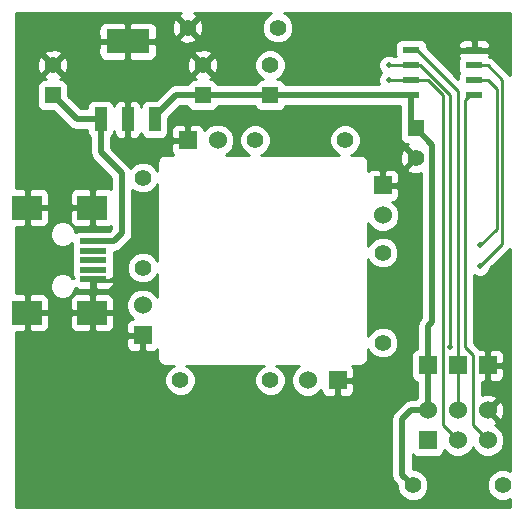
<source format=gtl>
G04 (created by PCBNEW (2013-07-07 BZR 4022)-stable) date 12/10/2014 10:11:42 PM*
%MOIN*%
G04 Gerber Fmt 3.4, Leading zero omitted, Abs format*
%FSLAX34Y34*%
G01*
G70*
G90*
G04 APERTURE LIST*
%ADD10C,0.00590551*%
%ADD11R,0.0906X0.0197*%
%ADD12R,0.0984X0.0787*%
%ADD13R,0.144X0.08*%
%ADD14R,0.04X0.08*%
%ADD15R,0.0551X0.0236*%
%ADD16C,0.055*%
%ADD17R,0.06X0.06*%
%ADD18C,0.06*%
%ADD19R,0.055X0.055*%
%ADD20C,0.02*%
%ADD21C,0.0216535*%
%ADD22C,0.01*%
G04 APERTURE END LIST*
G54D10*
G54D11*
X72858Y-50870D03*
X72858Y-51185D03*
X72858Y-51500D03*
X72858Y-51815D03*
X72858Y-52130D03*
G54D12*
X72819Y-49748D03*
X70654Y-49748D03*
X72819Y-53252D03*
X70654Y-53252D03*
G54D13*
X74000Y-44200D03*
G54D14*
X74000Y-46800D03*
X74900Y-46800D03*
X73100Y-46800D03*
G54D15*
X83450Y-46000D03*
X85550Y-46000D03*
X83450Y-45500D03*
X83450Y-45000D03*
X83450Y-44500D03*
X85550Y-45500D03*
X85550Y-45000D03*
X85550Y-44500D03*
G54D16*
X78750Y-55500D03*
X75750Y-55500D03*
X82500Y-51250D03*
X82500Y-54250D03*
X78250Y-47500D03*
X81250Y-47500D03*
X74500Y-51750D03*
X74500Y-48750D03*
X83500Y-59000D03*
X86500Y-59000D03*
X76000Y-43750D03*
X79000Y-43750D03*
G54D17*
X84000Y-57500D03*
G54D18*
X84000Y-56500D03*
X85000Y-57500D03*
X85000Y-56500D03*
X86000Y-57500D03*
X86000Y-56500D03*
G54D17*
X82500Y-49000D03*
G54D18*
X82500Y-50000D03*
G54D17*
X76000Y-47500D03*
G54D18*
X77000Y-47500D03*
G54D17*
X74500Y-54000D03*
G54D18*
X74500Y-53000D03*
G54D17*
X81000Y-55500D03*
G54D18*
X80000Y-55500D03*
G54D17*
X85000Y-55000D03*
X86000Y-55000D03*
X84000Y-55000D03*
G54D19*
X78750Y-46000D03*
G54D16*
X78750Y-45000D03*
G54D19*
X76500Y-46000D03*
G54D16*
X76500Y-45000D03*
G54D19*
X71500Y-46000D03*
G54D16*
X71500Y-45000D03*
G54D19*
X83600Y-47100D03*
G54D16*
X83600Y-48100D03*
G54D20*
X85750Y-51700D03*
X85750Y-51000D03*
X82700Y-45500D03*
X84750Y-54400D03*
X82700Y-45000D03*
G54D21*
X72858Y-52130D02*
X72858Y-53213D01*
X72858Y-53213D02*
X72819Y-53252D01*
X73100Y-46800D02*
X72300Y-46800D01*
X72300Y-46800D02*
X71500Y-46000D01*
X72858Y-50870D02*
X73530Y-50870D01*
X73100Y-47900D02*
X73100Y-46800D01*
X73800Y-48600D02*
X73100Y-47900D01*
X73800Y-50600D02*
X73800Y-48600D01*
X73530Y-50870D02*
X73800Y-50600D01*
G54D22*
X86000Y-57500D02*
X85500Y-57000D01*
X85400Y-46000D02*
X85550Y-46000D01*
X85250Y-46150D02*
X85400Y-46000D01*
X85250Y-54400D02*
X85250Y-46150D01*
X85500Y-54650D02*
X85250Y-54400D01*
X85500Y-57000D02*
X85500Y-54650D01*
X83450Y-44500D02*
X83650Y-44500D01*
X85000Y-45850D02*
X85000Y-55000D01*
X83650Y-44500D02*
X85000Y-45850D01*
X85000Y-56500D02*
X85000Y-55000D01*
X86000Y-45000D02*
X85550Y-45000D01*
X86480Y-45480D02*
X86000Y-45000D01*
X86480Y-50969D02*
X86480Y-45480D01*
X85750Y-51700D02*
X86480Y-50969D01*
X85550Y-45500D02*
X86000Y-45500D01*
X86300Y-50450D02*
X85750Y-51000D01*
X86300Y-45800D02*
X86300Y-50450D01*
X86000Y-45500D02*
X86300Y-45800D01*
X82700Y-45500D02*
X83450Y-45500D01*
X83450Y-45500D02*
X84000Y-45500D01*
X84500Y-57000D02*
X85000Y-57500D01*
X84500Y-46000D02*
X84500Y-57000D01*
X84000Y-45500D02*
X84500Y-46000D01*
X83450Y-45000D02*
X83754Y-45000D01*
X84750Y-45995D02*
X84750Y-54400D01*
X83754Y-45000D02*
X84750Y-45995D01*
X82700Y-45000D02*
X83450Y-45000D01*
G54D21*
X84000Y-56500D02*
X83450Y-56500D01*
X83150Y-58650D02*
X83500Y-59000D01*
X83150Y-56800D02*
X83150Y-58650D01*
X83450Y-56500D02*
X83150Y-56800D01*
X84000Y-55000D02*
X84000Y-56500D01*
X83600Y-47100D02*
X84150Y-47650D01*
X84000Y-53700D02*
X84000Y-55000D01*
X84150Y-53550D02*
X84000Y-53700D01*
X84150Y-47650D02*
X84150Y-53550D01*
X78750Y-46000D02*
X83450Y-46000D01*
X83450Y-46000D02*
X83450Y-46950D01*
X83450Y-46950D02*
X83600Y-47100D01*
X76500Y-46000D02*
X78750Y-46000D01*
X74900Y-46800D02*
X74900Y-46700D01*
X75600Y-46000D02*
X76500Y-46000D01*
X74900Y-46700D02*
X75600Y-46000D01*
G54D10*
G36*
X86730Y-59730D02*
X81550Y-59730D01*
X81550Y-55750D01*
X81550Y-55612D01*
X81487Y-55550D01*
X81050Y-55550D01*
X81050Y-55987D01*
X81112Y-56050D01*
X81349Y-56050D01*
X81441Y-56012D01*
X81511Y-55941D01*
X81549Y-55849D01*
X81550Y-55750D01*
X81550Y-59730D01*
X74450Y-59730D01*
X74450Y-54487D01*
X74450Y-54050D01*
X74012Y-54050D01*
X73950Y-54112D01*
X73949Y-54349D01*
X73987Y-54441D01*
X74058Y-54511D01*
X74150Y-54549D01*
X74249Y-54550D01*
X74387Y-54550D01*
X74450Y-54487D01*
X74450Y-59730D01*
X73561Y-59730D01*
X73561Y-53595D01*
X73561Y-52908D01*
X73560Y-52845D01*
X73560Y-52241D01*
X73498Y-52179D01*
X72908Y-52179D01*
X72908Y-52416D01*
X72970Y-52478D01*
X73360Y-52478D01*
X73452Y-52440D01*
X73522Y-52370D01*
X73560Y-52278D01*
X73560Y-52241D01*
X73560Y-52845D01*
X73560Y-52808D01*
X73522Y-52716D01*
X73452Y-52646D01*
X73360Y-52608D01*
X72931Y-52608D01*
X72869Y-52671D01*
X72869Y-53202D01*
X73498Y-53202D01*
X73561Y-53139D01*
X73561Y-52908D01*
X73561Y-53595D01*
X73561Y-53364D01*
X73498Y-53302D01*
X72869Y-53302D01*
X72869Y-53833D01*
X72931Y-53895D01*
X73360Y-53895D01*
X73452Y-53857D01*
X73522Y-53787D01*
X73560Y-53695D01*
X73561Y-53595D01*
X73561Y-59730D01*
X72808Y-59730D01*
X72769Y-59730D01*
X72769Y-53833D01*
X72769Y-53302D01*
X72769Y-53202D01*
X72769Y-52671D01*
X72706Y-52608D01*
X72277Y-52608D01*
X72185Y-52646D01*
X72115Y-52716D01*
X72077Y-52808D01*
X72076Y-52908D01*
X72077Y-53139D01*
X72139Y-53202D01*
X72769Y-53202D01*
X72769Y-53302D01*
X72139Y-53302D01*
X72077Y-53364D01*
X72076Y-53595D01*
X72077Y-53695D01*
X72115Y-53787D01*
X72185Y-53857D01*
X72277Y-53895D01*
X72706Y-53895D01*
X72769Y-53833D01*
X72769Y-59730D01*
X71396Y-59730D01*
X71396Y-53595D01*
X71396Y-52908D01*
X71396Y-50091D01*
X71396Y-49404D01*
X71395Y-49304D01*
X71357Y-49212D01*
X71287Y-49142D01*
X71195Y-49104D01*
X70766Y-49104D01*
X70704Y-49167D01*
X70704Y-49698D01*
X71333Y-49698D01*
X71396Y-49635D01*
X71396Y-49404D01*
X71396Y-50091D01*
X71396Y-49860D01*
X71333Y-49798D01*
X70704Y-49798D01*
X70704Y-50329D01*
X70766Y-50391D01*
X71195Y-50391D01*
X71287Y-50353D01*
X71357Y-50283D01*
X71395Y-50191D01*
X71396Y-50091D01*
X71396Y-52908D01*
X71395Y-52808D01*
X71357Y-52716D01*
X71287Y-52646D01*
X71195Y-52608D01*
X70766Y-52608D01*
X70704Y-52671D01*
X70704Y-53202D01*
X71333Y-53202D01*
X71396Y-53139D01*
X71396Y-52908D01*
X71396Y-53595D01*
X71396Y-53364D01*
X71333Y-53302D01*
X70704Y-53302D01*
X70704Y-53833D01*
X70766Y-53895D01*
X71195Y-53895D01*
X71287Y-53857D01*
X71357Y-53787D01*
X71395Y-53695D01*
X71396Y-53595D01*
X71396Y-59730D01*
X70269Y-59730D01*
X70269Y-53895D01*
X70541Y-53895D01*
X70604Y-53833D01*
X70604Y-53302D01*
X70596Y-53302D01*
X70596Y-53202D01*
X70604Y-53202D01*
X70604Y-52671D01*
X70541Y-52608D01*
X70269Y-52608D01*
X70269Y-51500D01*
X70269Y-50391D01*
X70541Y-50391D01*
X70604Y-50329D01*
X70604Y-49798D01*
X70596Y-49798D01*
X70596Y-49698D01*
X70604Y-49698D01*
X70604Y-49167D01*
X70541Y-49104D01*
X70269Y-49104D01*
X70269Y-43269D01*
X75774Y-43269D01*
X75727Y-43289D01*
X75702Y-43382D01*
X76000Y-43679D01*
X76297Y-43382D01*
X76272Y-43289D01*
X76216Y-43269D01*
X78787Y-43269D01*
X78703Y-43304D01*
X78555Y-43452D01*
X78475Y-43645D01*
X78474Y-43853D01*
X78554Y-44047D01*
X78702Y-44194D01*
X78895Y-44274D01*
X79103Y-44275D01*
X79297Y-44195D01*
X79444Y-44047D01*
X79524Y-43854D01*
X79525Y-43646D01*
X79445Y-43453D01*
X79297Y-43305D01*
X79212Y-43269D01*
X86730Y-43269D01*
X86730Y-45325D01*
X86692Y-45267D01*
X86212Y-44787D01*
X86114Y-44722D01*
X86057Y-44711D01*
X86075Y-44667D01*
X86075Y-44332D01*
X86037Y-44240D01*
X85967Y-44170D01*
X85875Y-44132D01*
X85775Y-44131D01*
X85662Y-44132D01*
X85600Y-44194D01*
X85600Y-44450D01*
X86013Y-44450D01*
X86075Y-44387D01*
X86075Y-44332D01*
X86075Y-44667D01*
X86075Y-44612D01*
X86013Y-44550D01*
X85600Y-44550D01*
X85600Y-44557D01*
X85500Y-44557D01*
X85500Y-44550D01*
X85500Y-44450D01*
X85500Y-44194D01*
X85437Y-44132D01*
X85324Y-44131D01*
X85224Y-44132D01*
X85132Y-44170D01*
X85062Y-44240D01*
X85024Y-44332D01*
X85024Y-44387D01*
X85087Y-44450D01*
X85500Y-44450D01*
X85500Y-44550D01*
X85087Y-44550D01*
X85024Y-44612D01*
X85024Y-44667D01*
X85058Y-44750D01*
X85024Y-44832D01*
X85024Y-44931D01*
X85024Y-45167D01*
X85058Y-45250D01*
X85024Y-45332D01*
X85024Y-45431D01*
X85024Y-45450D01*
X83975Y-44401D01*
X83975Y-44332D01*
X83937Y-44240D01*
X83867Y-44170D01*
X83775Y-44132D01*
X83675Y-44131D01*
X83124Y-44131D01*
X83033Y-44169D01*
X82962Y-44240D01*
X82924Y-44332D01*
X82924Y-44431D01*
X82924Y-44667D01*
X82937Y-44700D01*
X82890Y-44700D01*
X82769Y-44650D01*
X82630Y-44649D01*
X82502Y-44703D01*
X82403Y-44801D01*
X82350Y-44930D01*
X82349Y-45069D01*
X82403Y-45198D01*
X82455Y-45250D01*
X82403Y-45301D01*
X82350Y-45430D01*
X82349Y-45569D01*
X82379Y-45641D01*
X79261Y-45641D01*
X79237Y-45583D01*
X79166Y-45513D01*
X79074Y-45475D01*
X78975Y-45474D01*
X78975Y-45474D01*
X79047Y-45445D01*
X79194Y-45297D01*
X79274Y-45104D01*
X79275Y-44896D01*
X79195Y-44703D01*
X79047Y-44555D01*
X78854Y-44475D01*
X78646Y-44474D01*
X78453Y-44554D01*
X78305Y-44702D01*
X78225Y-44895D01*
X78224Y-45103D01*
X78304Y-45297D01*
X78452Y-45444D01*
X78524Y-45474D01*
X78425Y-45474D01*
X78333Y-45512D01*
X78263Y-45583D01*
X78238Y-45641D01*
X77029Y-45641D01*
X77029Y-45075D01*
X77018Y-44867D01*
X76960Y-44727D01*
X76867Y-44702D01*
X76797Y-44773D01*
X76797Y-44632D01*
X76772Y-44539D01*
X76575Y-44470D01*
X76529Y-44472D01*
X76529Y-43825D01*
X76518Y-43617D01*
X76460Y-43477D01*
X76367Y-43452D01*
X76070Y-43750D01*
X76367Y-44047D01*
X76460Y-44022D01*
X76529Y-43825D01*
X76529Y-44472D01*
X76367Y-44481D01*
X76297Y-44510D01*
X76297Y-44117D01*
X76000Y-43820D01*
X75929Y-43891D01*
X75929Y-43750D01*
X75632Y-43452D01*
X75539Y-43477D01*
X75470Y-43674D01*
X75481Y-43882D01*
X75539Y-44022D01*
X75632Y-44047D01*
X75929Y-43750D01*
X75929Y-43891D01*
X75702Y-44117D01*
X75727Y-44210D01*
X75924Y-44279D01*
X76132Y-44268D01*
X76272Y-44210D01*
X76297Y-44117D01*
X76297Y-44510D01*
X76227Y-44539D01*
X76202Y-44632D01*
X76500Y-44929D01*
X76797Y-44632D01*
X76797Y-44773D01*
X76570Y-45000D01*
X76867Y-45297D01*
X76960Y-45272D01*
X77029Y-45075D01*
X77029Y-45641D01*
X77011Y-45641D01*
X76987Y-45583D01*
X76916Y-45513D01*
X76824Y-45475D01*
X76737Y-45474D01*
X76772Y-45460D01*
X76797Y-45367D01*
X76500Y-45070D01*
X76429Y-45141D01*
X76429Y-45000D01*
X76132Y-44702D01*
X76039Y-44727D01*
X75970Y-44924D01*
X75981Y-45132D01*
X76039Y-45272D01*
X76132Y-45297D01*
X76429Y-45000D01*
X76429Y-45141D01*
X76202Y-45367D01*
X76227Y-45460D01*
X76268Y-45474D01*
X76175Y-45474D01*
X76083Y-45512D01*
X76013Y-45583D01*
X75988Y-45641D01*
X75600Y-45641D01*
X75462Y-45669D01*
X75346Y-45746D01*
X74970Y-46123D01*
X74970Y-44550D01*
X74970Y-43849D01*
X74969Y-43750D01*
X74931Y-43658D01*
X74861Y-43587D01*
X74769Y-43549D01*
X74112Y-43550D01*
X74050Y-43612D01*
X74050Y-44150D01*
X74907Y-44150D01*
X74970Y-44087D01*
X74970Y-43849D01*
X74970Y-44550D01*
X74970Y-44312D01*
X74907Y-44250D01*
X74050Y-44250D01*
X74050Y-44787D01*
X74112Y-44850D01*
X74769Y-44850D01*
X74861Y-44812D01*
X74931Y-44741D01*
X74969Y-44649D01*
X74970Y-44550D01*
X74970Y-46123D01*
X74943Y-46149D01*
X74650Y-46149D01*
X74558Y-46187D01*
X74488Y-46258D01*
X74450Y-46350D01*
X74450Y-46400D01*
X74449Y-46350D01*
X74411Y-46258D01*
X74341Y-46187D01*
X74249Y-46149D01*
X74112Y-46150D01*
X74050Y-46212D01*
X74050Y-46750D01*
X74057Y-46750D01*
X74057Y-46850D01*
X74050Y-46850D01*
X74050Y-47387D01*
X74112Y-47450D01*
X74249Y-47450D01*
X74341Y-47412D01*
X74411Y-47341D01*
X74449Y-47249D01*
X74449Y-47249D01*
X74449Y-47249D01*
X74487Y-47341D01*
X74558Y-47411D01*
X74650Y-47449D01*
X74749Y-47450D01*
X75149Y-47450D01*
X75241Y-47412D01*
X75311Y-47341D01*
X75349Y-47249D01*
X75350Y-47150D01*
X75350Y-46756D01*
X75748Y-46358D01*
X75988Y-46358D01*
X76012Y-46416D01*
X76083Y-46486D01*
X76175Y-46524D01*
X76274Y-46525D01*
X76824Y-46525D01*
X76916Y-46487D01*
X76986Y-46416D01*
X77011Y-46358D01*
X78238Y-46358D01*
X78262Y-46416D01*
X78333Y-46486D01*
X78425Y-46524D01*
X78524Y-46525D01*
X79074Y-46525D01*
X79166Y-46487D01*
X79236Y-46416D01*
X79261Y-46358D01*
X83091Y-46358D01*
X83091Y-46734D01*
X83075Y-46775D01*
X83074Y-46874D01*
X83074Y-47424D01*
X83112Y-47516D01*
X83183Y-47586D01*
X83275Y-47624D01*
X83362Y-47625D01*
X83327Y-47639D01*
X83302Y-47732D01*
X83600Y-48029D01*
X83605Y-48023D01*
X83676Y-48094D01*
X83670Y-48100D01*
X83676Y-48105D01*
X83605Y-48176D01*
X83600Y-48170D01*
X83529Y-48241D01*
X83529Y-48100D01*
X83232Y-47802D01*
X83139Y-47827D01*
X83070Y-48024D01*
X83081Y-48232D01*
X83139Y-48372D01*
X83232Y-48397D01*
X83529Y-48100D01*
X83529Y-48241D01*
X83302Y-48467D01*
X83327Y-48560D01*
X83524Y-48629D01*
X83732Y-48618D01*
X83791Y-48594D01*
X83791Y-53401D01*
X83746Y-53446D01*
X83669Y-53562D01*
X83641Y-53700D01*
X83641Y-54453D01*
X83558Y-54487D01*
X83488Y-54558D01*
X83450Y-54650D01*
X83449Y-54749D01*
X83449Y-55349D01*
X83487Y-55441D01*
X83558Y-55511D01*
X83641Y-55546D01*
X83641Y-56080D01*
X83580Y-56141D01*
X83450Y-56141D01*
X83312Y-56169D01*
X83196Y-56246D01*
X83050Y-56393D01*
X83050Y-49891D01*
X82966Y-49688D01*
X82827Y-49549D01*
X82849Y-49549D01*
X82941Y-49511D01*
X83012Y-49441D01*
X83050Y-49349D01*
X83050Y-48650D01*
X83012Y-48558D01*
X82941Y-48488D01*
X82849Y-48450D01*
X82750Y-48449D01*
X82612Y-48450D01*
X82550Y-48512D01*
X82550Y-48950D01*
X82987Y-48950D01*
X83050Y-48887D01*
X83050Y-48650D01*
X83050Y-49349D01*
X83050Y-49112D01*
X82987Y-49050D01*
X82550Y-49050D01*
X82550Y-49057D01*
X82450Y-49057D01*
X82450Y-49050D01*
X82442Y-49050D01*
X82442Y-48950D01*
X82450Y-48950D01*
X82450Y-48512D01*
X82387Y-48450D01*
X82249Y-48449D01*
X82150Y-48450D01*
X82058Y-48488D01*
X82019Y-48526D01*
X82019Y-48250D01*
X81999Y-48146D01*
X81940Y-48059D01*
X81853Y-48000D01*
X81750Y-47980D01*
X81462Y-47980D01*
X81547Y-47945D01*
X81694Y-47797D01*
X81774Y-47604D01*
X81775Y-47396D01*
X81695Y-47203D01*
X81547Y-47055D01*
X81354Y-46975D01*
X81146Y-46974D01*
X80953Y-47054D01*
X80805Y-47202D01*
X80725Y-47395D01*
X80724Y-47603D01*
X80804Y-47797D01*
X80952Y-47944D01*
X81037Y-47980D01*
X78462Y-47980D01*
X78547Y-47945D01*
X78694Y-47797D01*
X78774Y-47604D01*
X78775Y-47396D01*
X78695Y-47203D01*
X78547Y-47055D01*
X78354Y-46975D01*
X78146Y-46974D01*
X77953Y-47054D01*
X77805Y-47202D01*
X77725Y-47395D01*
X77724Y-47603D01*
X77804Y-47797D01*
X77952Y-47944D01*
X78037Y-47980D01*
X77277Y-47980D01*
X77311Y-47966D01*
X77465Y-47811D01*
X77549Y-47609D01*
X77550Y-47391D01*
X77466Y-47188D01*
X77311Y-47034D01*
X77109Y-46950D01*
X76891Y-46949D01*
X76688Y-47033D01*
X76549Y-47172D01*
X76549Y-47150D01*
X76511Y-47058D01*
X76441Y-46987D01*
X76349Y-46949D01*
X76112Y-46950D01*
X76050Y-47012D01*
X76050Y-47450D01*
X76057Y-47450D01*
X76057Y-47550D01*
X76050Y-47550D01*
X76050Y-47557D01*
X75950Y-47557D01*
X75950Y-47550D01*
X75950Y-47450D01*
X75950Y-47012D01*
X75887Y-46950D01*
X75650Y-46949D01*
X75558Y-46987D01*
X75488Y-47058D01*
X75450Y-47150D01*
X75449Y-47249D01*
X75450Y-47387D01*
X75512Y-47450D01*
X75950Y-47450D01*
X75950Y-47550D01*
X75512Y-47550D01*
X75450Y-47612D01*
X75449Y-47750D01*
X75450Y-47849D01*
X75488Y-47941D01*
X75526Y-47980D01*
X75250Y-47980D01*
X75146Y-48000D01*
X75059Y-48059D01*
X75000Y-48146D01*
X74980Y-48250D01*
X74980Y-48537D01*
X74945Y-48453D01*
X74797Y-48305D01*
X74604Y-48225D01*
X74396Y-48224D01*
X74203Y-48304D01*
X74096Y-48411D01*
X74053Y-48346D01*
X74053Y-48346D01*
X73458Y-47751D01*
X73458Y-47395D01*
X73511Y-47341D01*
X73549Y-47249D01*
X73550Y-47199D01*
X73550Y-47249D01*
X73588Y-47341D01*
X73658Y-47412D01*
X73750Y-47450D01*
X73887Y-47450D01*
X73950Y-47387D01*
X73950Y-46850D01*
X73942Y-46850D01*
X73942Y-46750D01*
X73950Y-46750D01*
X73950Y-46212D01*
X73950Y-44787D01*
X73950Y-44250D01*
X73950Y-44150D01*
X73950Y-43612D01*
X73887Y-43550D01*
X73230Y-43549D01*
X73138Y-43587D01*
X73068Y-43658D01*
X73030Y-43750D01*
X73029Y-43849D01*
X73030Y-44087D01*
X73092Y-44150D01*
X73950Y-44150D01*
X73950Y-44250D01*
X73092Y-44250D01*
X73030Y-44312D01*
X73029Y-44550D01*
X73030Y-44649D01*
X73068Y-44741D01*
X73138Y-44812D01*
X73230Y-44850D01*
X73887Y-44850D01*
X73950Y-44787D01*
X73950Y-46212D01*
X73887Y-46150D01*
X73750Y-46149D01*
X73658Y-46187D01*
X73588Y-46258D01*
X73550Y-46350D01*
X73550Y-46350D01*
X73512Y-46258D01*
X73441Y-46188D01*
X73349Y-46150D01*
X73250Y-46149D01*
X72850Y-46149D01*
X72758Y-46187D01*
X72688Y-46258D01*
X72650Y-46350D01*
X72649Y-46441D01*
X72448Y-46441D01*
X72029Y-46023D01*
X72029Y-45075D01*
X72018Y-44867D01*
X71960Y-44727D01*
X71867Y-44702D01*
X71797Y-44773D01*
X71797Y-44632D01*
X71772Y-44539D01*
X71575Y-44470D01*
X71367Y-44481D01*
X71227Y-44539D01*
X71202Y-44632D01*
X71500Y-44929D01*
X71797Y-44632D01*
X71797Y-44773D01*
X71570Y-45000D01*
X71867Y-45297D01*
X71960Y-45272D01*
X72029Y-45075D01*
X72029Y-46023D01*
X72025Y-46018D01*
X72025Y-45675D01*
X71987Y-45583D01*
X71916Y-45513D01*
X71824Y-45475D01*
X71737Y-45474D01*
X71772Y-45460D01*
X71797Y-45367D01*
X71500Y-45070D01*
X71429Y-45141D01*
X71429Y-45000D01*
X71132Y-44702D01*
X71039Y-44727D01*
X70970Y-44924D01*
X70981Y-45132D01*
X71039Y-45272D01*
X71132Y-45297D01*
X71429Y-45000D01*
X71429Y-45141D01*
X71202Y-45367D01*
X71227Y-45460D01*
X71268Y-45474D01*
X71175Y-45474D01*
X71083Y-45512D01*
X71013Y-45583D01*
X70975Y-45675D01*
X70974Y-45774D01*
X70974Y-46324D01*
X71012Y-46416D01*
X71083Y-46486D01*
X71175Y-46524D01*
X71274Y-46525D01*
X71518Y-46525D01*
X72046Y-47053D01*
X72046Y-47053D01*
X72162Y-47130D01*
X72299Y-47158D01*
X72300Y-47158D01*
X72649Y-47158D01*
X72649Y-47249D01*
X72687Y-47341D01*
X72741Y-47395D01*
X72741Y-47900D01*
X72769Y-48037D01*
X72846Y-48153D01*
X73441Y-48748D01*
X73441Y-49138D01*
X73360Y-49104D01*
X72931Y-49104D01*
X72869Y-49167D01*
X72869Y-49698D01*
X72876Y-49698D01*
X72876Y-49798D01*
X72869Y-49798D01*
X72869Y-50329D01*
X72931Y-50391D01*
X73360Y-50391D01*
X73441Y-50357D01*
X73441Y-50451D01*
X73381Y-50511D01*
X72858Y-50511D01*
X72809Y-50521D01*
X72769Y-50521D01*
X72769Y-50329D01*
X72769Y-49798D01*
X72769Y-49698D01*
X72769Y-49167D01*
X72706Y-49104D01*
X72277Y-49104D01*
X72185Y-49142D01*
X72115Y-49212D01*
X72077Y-49304D01*
X72076Y-49404D01*
X72077Y-49635D01*
X72139Y-49698D01*
X72769Y-49698D01*
X72769Y-49798D01*
X72139Y-49798D01*
X72077Y-49860D01*
X72076Y-50091D01*
X72077Y-50191D01*
X72115Y-50283D01*
X72185Y-50353D01*
X72277Y-50391D01*
X72706Y-50391D01*
X72769Y-50329D01*
X72769Y-50521D01*
X72355Y-50521D01*
X72263Y-50559D01*
X72262Y-50560D01*
X72262Y-50549D01*
X72197Y-50392D01*
X72077Y-50272D01*
X71920Y-50207D01*
X71750Y-50206D01*
X71593Y-50271D01*
X71473Y-50391D01*
X71408Y-50548D01*
X71407Y-50718D01*
X71472Y-50875D01*
X71592Y-50995D01*
X71749Y-51060D01*
X71919Y-51061D01*
X72076Y-50996D01*
X72154Y-50917D01*
X72154Y-51018D01*
X72158Y-51027D01*
X72155Y-51036D01*
X72154Y-51136D01*
X72154Y-51333D01*
X72158Y-51342D01*
X72155Y-51351D01*
X72154Y-51451D01*
X72154Y-51648D01*
X72158Y-51657D01*
X72155Y-51666D01*
X72154Y-51766D01*
X72154Y-51963D01*
X72158Y-51972D01*
X72155Y-51981D01*
X72155Y-52018D01*
X72216Y-52079D01*
X72155Y-52079D01*
X72155Y-52082D01*
X72077Y-52004D01*
X71920Y-51939D01*
X71750Y-51938D01*
X71593Y-52003D01*
X71473Y-52123D01*
X71408Y-52280D01*
X71407Y-52450D01*
X71472Y-52607D01*
X71592Y-52727D01*
X71749Y-52792D01*
X71919Y-52793D01*
X72076Y-52728D01*
X72196Y-52608D01*
X72261Y-52451D01*
X72261Y-52438D01*
X72263Y-52440D01*
X72355Y-52478D01*
X72745Y-52478D01*
X72808Y-52416D01*
X72808Y-52179D01*
X72800Y-52179D01*
X72800Y-52163D01*
X73360Y-52163D01*
X73452Y-52125D01*
X73497Y-52080D01*
X73498Y-52080D01*
X73560Y-52018D01*
X73560Y-51981D01*
X73557Y-51972D01*
X73560Y-51963D01*
X73561Y-51863D01*
X73561Y-51666D01*
X73557Y-51657D01*
X73560Y-51648D01*
X73561Y-51548D01*
X73561Y-51351D01*
X73557Y-51342D01*
X73560Y-51333D01*
X73561Y-51233D01*
X73561Y-51222D01*
X73667Y-51200D01*
X73783Y-51123D01*
X74053Y-50853D01*
X74053Y-50853D01*
X74130Y-50737D01*
X74158Y-50600D01*
X74158Y-50600D01*
X74158Y-49150D01*
X74202Y-49194D01*
X74395Y-49274D01*
X74603Y-49275D01*
X74797Y-49195D01*
X74944Y-49047D01*
X74980Y-48962D01*
X74980Y-51537D01*
X74945Y-51453D01*
X74797Y-51305D01*
X74604Y-51225D01*
X74396Y-51224D01*
X74203Y-51304D01*
X74055Y-51452D01*
X73975Y-51645D01*
X73974Y-51853D01*
X74054Y-52047D01*
X74202Y-52194D01*
X74395Y-52274D01*
X74603Y-52275D01*
X74797Y-52195D01*
X74944Y-52047D01*
X74980Y-51962D01*
X74980Y-52722D01*
X74966Y-52688D01*
X74811Y-52534D01*
X74609Y-52450D01*
X74391Y-52449D01*
X74188Y-52533D01*
X74034Y-52688D01*
X73950Y-52890D01*
X73949Y-53108D01*
X74033Y-53311D01*
X74172Y-53450D01*
X74150Y-53450D01*
X74058Y-53488D01*
X73987Y-53558D01*
X73949Y-53650D01*
X73950Y-53887D01*
X74012Y-53950D01*
X74450Y-53950D01*
X74450Y-53942D01*
X74550Y-53942D01*
X74550Y-53950D01*
X74557Y-53950D01*
X74557Y-54050D01*
X74550Y-54050D01*
X74550Y-54487D01*
X74612Y-54550D01*
X74750Y-54550D01*
X74849Y-54549D01*
X74941Y-54511D01*
X74980Y-54473D01*
X74980Y-54750D01*
X75000Y-54853D01*
X75059Y-54940D01*
X75146Y-54999D01*
X75250Y-55019D01*
X75537Y-55019D01*
X75453Y-55054D01*
X75305Y-55202D01*
X75225Y-55395D01*
X75224Y-55603D01*
X75304Y-55797D01*
X75452Y-55944D01*
X75645Y-56024D01*
X75853Y-56025D01*
X76047Y-55945D01*
X76194Y-55797D01*
X76274Y-55604D01*
X76275Y-55396D01*
X76195Y-55203D01*
X76047Y-55055D01*
X75962Y-55019D01*
X78537Y-55019D01*
X78453Y-55054D01*
X78305Y-55202D01*
X78225Y-55395D01*
X78224Y-55603D01*
X78304Y-55797D01*
X78452Y-55944D01*
X78645Y-56024D01*
X78853Y-56025D01*
X79047Y-55945D01*
X79194Y-55797D01*
X79274Y-55604D01*
X79275Y-55396D01*
X79195Y-55203D01*
X79047Y-55055D01*
X78962Y-55019D01*
X79722Y-55019D01*
X79688Y-55033D01*
X79534Y-55188D01*
X79450Y-55390D01*
X79449Y-55608D01*
X79533Y-55811D01*
X79688Y-55965D01*
X79890Y-56049D01*
X80108Y-56050D01*
X80311Y-55966D01*
X80450Y-55827D01*
X80450Y-55849D01*
X80488Y-55941D01*
X80558Y-56012D01*
X80650Y-56050D01*
X80887Y-56050D01*
X80950Y-55987D01*
X80950Y-55550D01*
X80942Y-55550D01*
X80942Y-55450D01*
X80950Y-55450D01*
X80950Y-55442D01*
X81050Y-55442D01*
X81050Y-55450D01*
X81487Y-55450D01*
X81550Y-55387D01*
X81550Y-55249D01*
X81549Y-55150D01*
X81511Y-55058D01*
X81473Y-55019D01*
X81750Y-55019D01*
X81853Y-54999D01*
X81940Y-54940D01*
X81999Y-54853D01*
X82019Y-54750D01*
X82019Y-54462D01*
X82054Y-54547D01*
X82202Y-54694D01*
X82395Y-54774D01*
X82603Y-54775D01*
X82797Y-54695D01*
X82944Y-54547D01*
X83024Y-54354D01*
X83025Y-54146D01*
X82945Y-53953D01*
X82797Y-53805D01*
X82604Y-53725D01*
X82396Y-53724D01*
X82203Y-53804D01*
X82055Y-53952D01*
X82019Y-54037D01*
X82019Y-51462D01*
X82054Y-51547D01*
X82202Y-51694D01*
X82395Y-51774D01*
X82603Y-51775D01*
X82797Y-51695D01*
X82944Y-51547D01*
X83024Y-51354D01*
X83025Y-51146D01*
X82945Y-50953D01*
X82797Y-50805D01*
X82604Y-50725D01*
X82396Y-50724D01*
X82203Y-50804D01*
X82055Y-50952D01*
X82019Y-51037D01*
X82019Y-50277D01*
X82033Y-50311D01*
X82188Y-50465D01*
X82390Y-50549D01*
X82608Y-50550D01*
X82811Y-50466D01*
X82965Y-50311D01*
X83049Y-50109D01*
X83050Y-49891D01*
X83050Y-56393D01*
X82896Y-56546D01*
X82819Y-56662D01*
X82791Y-56800D01*
X82791Y-58650D01*
X82819Y-58787D01*
X82896Y-58903D01*
X82975Y-58981D01*
X82974Y-59103D01*
X83054Y-59297D01*
X83202Y-59444D01*
X83395Y-59524D01*
X83603Y-59525D01*
X83797Y-59445D01*
X83944Y-59297D01*
X84024Y-59104D01*
X84025Y-58896D01*
X83945Y-58703D01*
X83797Y-58555D01*
X83604Y-58475D01*
X83508Y-58475D01*
X83508Y-57961D01*
X83558Y-58011D01*
X83650Y-58049D01*
X83749Y-58050D01*
X84349Y-58050D01*
X84441Y-58012D01*
X84511Y-57941D01*
X84549Y-57849D01*
X84549Y-57827D01*
X84688Y-57965D01*
X84890Y-58049D01*
X85108Y-58050D01*
X85311Y-57966D01*
X85465Y-57811D01*
X85499Y-57730D01*
X85533Y-57811D01*
X85688Y-57965D01*
X85890Y-58049D01*
X86108Y-58050D01*
X86311Y-57966D01*
X86465Y-57811D01*
X86549Y-57609D01*
X86550Y-57391D01*
X86466Y-57188D01*
X86311Y-57034D01*
X86236Y-57002D01*
X86287Y-56981D01*
X86315Y-56885D01*
X86000Y-56570D01*
X85994Y-56576D01*
X85923Y-56505D01*
X85929Y-56500D01*
X85923Y-56494D01*
X85994Y-56423D01*
X86000Y-56429D01*
X86315Y-56114D01*
X86287Y-56018D01*
X86081Y-55945D01*
X85863Y-55956D01*
X85800Y-55982D01*
X85800Y-55550D01*
X85887Y-55550D01*
X85950Y-55487D01*
X85950Y-55050D01*
X85942Y-55050D01*
X85942Y-54950D01*
X85950Y-54950D01*
X85950Y-54512D01*
X85887Y-54450D01*
X85720Y-54449D01*
X85712Y-54437D01*
X85712Y-54437D01*
X85550Y-54275D01*
X85550Y-51995D01*
X85551Y-51996D01*
X85680Y-52049D01*
X85819Y-52050D01*
X85948Y-51996D01*
X86046Y-51898D01*
X86096Y-51777D01*
X86692Y-51182D01*
X86692Y-51182D01*
X86730Y-51124D01*
X86730Y-58527D01*
X86604Y-58475D01*
X86554Y-58475D01*
X86554Y-56581D01*
X86550Y-56487D01*
X86550Y-55250D01*
X86550Y-54749D01*
X86549Y-54650D01*
X86511Y-54558D01*
X86441Y-54487D01*
X86349Y-54449D01*
X86112Y-54450D01*
X86050Y-54512D01*
X86050Y-54950D01*
X86487Y-54950D01*
X86550Y-54887D01*
X86550Y-54749D01*
X86550Y-55250D01*
X86550Y-55112D01*
X86487Y-55050D01*
X86050Y-55050D01*
X86050Y-55487D01*
X86112Y-55550D01*
X86349Y-55550D01*
X86441Y-55512D01*
X86511Y-55441D01*
X86549Y-55349D01*
X86550Y-55250D01*
X86550Y-56487D01*
X86543Y-56363D01*
X86481Y-56212D01*
X86385Y-56184D01*
X86070Y-56500D01*
X86385Y-56815D01*
X86481Y-56787D01*
X86554Y-56581D01*
X86554Y-58475D01*
X86396Y-58474D01*
X86203Y-58554D01*
X86055Y-58702D01*
X85975Y-58895D01*
X85974Y-59103D01*
X86054Y-59297D01*
X86202Y-59444D01*
X86395Y-59524D01*
X86603Y-59525D01*
X86730Y-59472D01*
X86730Y-59730D01*
X86730Y-59730D01*
G37*
G54D22*
X86730Y-59730D02*
X81550Y-59730D01*
X81550Y-55750D01*
X81550Y-55612D01*
X81487Y-55550D01*
X81050Y-55550D01*
X81050Y-55987D01*
X81112Y-56050D01*
X81349Y-56050D01*
X81441Y-56012D01*
X81511Y-55941D01*
X81549Y-55849D01*
X81550Y-55750D01*
X81550Y-59730D01*
X74450Y-59730D01*
X74450Y-54487D01*
X74450Y-54050D01*
X74012Y-54050D01*
X73950Y-54112D01*
X73949Y-54349D01*
X73987Y-54441D01*
X74058Y-54511D01*
X74150Y-54549D01*
X74249Y-54550D01*
X74387Y-54550D01*
X74450Y-54487D01*
X74450Y-59730D01*
X73561Y-59730D01*
X73561Y-53595D01*
X73561Y-52908D01*
X73560Y-52845D01*
X73560Y-52241D01*
X73498Y-52179D01*
X72908Y-52179D01*
X72908Y-52416D01*
X72970Y-52478D01*
X73360Y-52478D01*
X73452Y-52440D01*
X73522Y-52370D01*
X73560Y-52278D01*
X73560Y-52241D01*
X73560Y-52845D01*
X73560Y-52808D01*
X73522Y-52716D01*
X73452Y-52646D01*
X73360Y-52608D01*
X72931Y-52608D01*
X72869Y-52671D01*
X72869Y-53202D01*
X73498Y-53202D01*
X73561Y-53139D01*
X73561Y-52908D01*
X73561Y-53595D01*
X73561Y-53364D01*
X73498Y-53302D01*
X72869Y-53302D01*
X72869Y-53833D01*
X72931Y-53895D01*
X73360Y-53895D01*
X73452Y-53857D01*
X73522Y-53787D01*
X73560Y-53695D01*
X73561Y-53595D01*
X73561Y-59730D01*
X72808Y-59730D01*
X72769Y-59730D01*
X72769Y-53833D01*
X72769Y-53302D01*
X72769Y-53202D01*
X72769Y-52671D01*
X72706Y-52608D01*
X72277Y-52608D01*
X72185Y-52646D01*
X72115Y-52716D01*
X72077Y-52808D01*
X72076Y-52908D01*
X72077Y-53139D01*
X72139Y-53202D01*
X72769Y-53202D01*
X72769Y-53302D01*
X72139Y-53302D01*
X72077Y-53364D01*
X72076Y-53595D01*
X72077Y-53695D01*
X72115Y-53787D01*
X72185Y-53857D01*
X72277Y-53895D01*
X72706Y-53895D01*
X72769Y-53833D01*
X72769Y-59730D01*
X71396Y-59730D01*
X71396Y-53595D01*
X71396Y-52908D01*
X71396Y-50091D01*
X71396Y-49404D01*
X71395Y-49304D01*
X71357Y-49212D01*
X71287Y-49142D01*
X71195Y-49104D01*
X70766Y-49104D01*
X70704Y-49167D01*
X70704Y-49698D01*
X71333Y-49698D01*
X71396Y-49635D01*
X71396Y-49404D01*
X71396Y-50091D01*
X71396Y-49860D01*
X71333Y-49798D01*
X70704Y-49798D01*
X70704Y-50329D01*
X70766Y-50391D01*
X71195Y-50391D01*
X71287Y-50353D01*
X71357Y-50283D01*
X71395Y-50191D01*
X71396Y-50091D01*
X71396Y-52908D01*
X71395Y-52808D01*
X71357Y-52716D01*
X71287Y-52646D01*
X71195Y-52608D01*
X70766Y-52608D01*
X70704Y-52671D01*
X70704Y-53202D01*
X71333Y-53202D01*
X71396Y-53139D01*
X71396Y-52908D01*
X71396Y-53595D01*
X71396Y-53364D01*
X71333Y-53302D01*
X70704Y-53302D01*
X70704Y-53833D01*
X70766Y-53895D01*
X71195Y-53895D01*
X71287Y-53857D01*
X71357Y-53787D01*
X71395Y-53695D01*
X71396Y-53595D01*
X71396Y-59730D01*
X70269Y-59730D01*
X70269Y-53895D01*
X70541Y-53895D01*
X70604Y-53833D01*
X70604Y-53302D01*
X70596Y-53302D01*
X70596Y-53202D01*
X70604Y-53202D01*
X70604Y-52671D01*
X70541Y-52608D01*
X70269Y-52608D01*
X70269Y-51500D01*
X70269Y-50391D01*
X70541Y-50391D01*
X70604Y-50329D01*
X70604Y-49798D01*
X70596Y-49798D01*
X70596Y-49698D01*
X70604Y-49698D01*
X70604Y-49167D01*
X70541Y-49104D01*
X70269Y-49104D01*
X70269Y-43269D01*
X75774Y-43269D01*
X75727Y-43289D01*
X75702Y-43382D01*
X76000Y-43679D01*
X76297Y-43382D01*
X76272Y-43289D01*
X76216Y-43269D01*
X78787Y-43269D01*
X78703Y-43304D01*
X78555Y-43452D01*
X78475Y-43645D01*
X78474Y-43853D01*
X78554Y-44047D01*
X78702Y-44194D01*
X78895Y-44274D01*
X79103Y-44275D01*
X79297Y-44195D01*
X79444Y-44047D01*
X79524Y-43854D01*
X79525Y-43646D01*
X79445Y-43453D01*
X79297Y-43305D01*
X79212Y-43269D01*
X86730Y-43269D01*
X86730Y-45325D01*
X86692Y-45267D01*
X86212Y-44787D01*
X86114Y-44722D01*
X86057Y-44711D01*
X86075Y-44667D01*
X86075Y-44332D01*
X86037Y-44240D01*
X85967Y-44170D01*
X85875Y-44132D01*
X85775Y-44131D01*
X85662Y-44132D01*
X85600Y-44194D01*
X85600Y-44450D01*
X86013Y-44450D01*
X86075Y-44387D01*
X86075Y-44332D01*
X86075Y-44667D01*
X86075Y-44612D01*
X86013Y-44550D01*
X85600Y-44550D01*
X85600Y-44557D01*
X85500Y-44557D01*
X85500Y-44550D01*
X85500Y-44450D01*
X85500Y-44194D01*
X85437Y-44132D01*
X85324Y-44131D01*
X85224Y-44132D01*
X85132Y-44170D01*
X85062Y-44240D01*
X85024Y-44332D01*
X85024Y-44387D01*
X85087Y-44450D01*
X85500Y-44450D01*
X85500Y-44550D01*
X85087Y-44550D01*
X85024Y-44612D01*
X85024Y-44667D01*
X85058Y-44750D01*
X85024Y-44832D01*
X85024Y-44931D01*
X85024Y-45167D01*
X85058Y-45250D01*
X85024Y-45332D01*
X85024Y-45431D01*
X85024Y-45450D01*
X83975Y-44401D01*
X83975Y-44332D01*
X83937Y-44240D01*
X83867Y-44170D01*
X83775Y-44132D01*
X83675Y-44131D01*
X83124Y-44131D01*
X83033Y-44169D01*
X82962Y-44240D01*
X82924Y-44332D01*
X82924Y-44431D01*
X82924Y-44667D01*
X82937Y-44700D01*
X82890Y-44700D01*
X82769Y-44650D01*
X82630Y-44649D01*
X82502Y-44703D01*
X82403Y-44801D01*
X82350Y-44930D01*
X82349Y-45069D01*
X82403Y-45198D01*
X82455Y-45250D01*
X82403Y-45301D01*
X82350Y-45430D01*
X82349Y-45569D01*
X82379Y-45641D01*
X79261Y-45641D01*
X79237Y-45583D01*
X79166Y-45513D01*
X79074Y-45475D01*
X78975Y-45474D01*
X78975Y-45474D01*
X79047Y-45445D01*
X79194Y-45297D01*
X79274Y-45104D01*
X79275Y-44896D01*
X79195Y-44703D01*
X79047Y-44555D01*
X78854Y-44475D01*
X78646Y-44474D01*
X78453Y-44554D01*
X78305Y-44702D01*
X78225Y-44895D01*
X78224Y-45103D01*
X78304Y-45297D01*
X78452Y-45444D01*
X78524Y-45474D01*
X78425Y-45474D01*
X78333Y-45512D01*
X78263Y-45583D01*
X78238Y-45641D01*
X77029Y-45641D01*
X77029Y-45075D01*
X77018Y-44867D01*
X76960Y-44727D01*
X76867Y-44702D01*
X76797Y-44773D01*
X76797Y-44632D01*
X76772Y-44539D01*
X76575Y-44470D01*
X76529Y-44472D01*
X76529Y-43825D01*
X76518Y-43617D01*
X76460Y-43477D01*
X76367Y-43452D01*
X76070Y-43750D01*
X76367Y-44047D01*
X76460Y-44022D01*
X76529Y-43825D01*
X76529Y-44472D01*
X76367Y-44481D01*
X76297Y-44510D01*
X76297Y-44117D01*
X76000Y-43820D01*
X75929Y-43891D01*
X75929Y-43750D01*
X75632Y-43452D01*
X75539Y-43477D01*
X75470Y-43674D01*
X75481Y-43882D01*
X75539Y-44022D01*
X75632Y-44047D01*
X75929Y-43750D01*
X75929Y-43891D01*
X75702Y-44117D01*
X75727Y-44210D01*
X75924Y-44279D01*
X76132Y-44268D01*
X76272Y-44210D01*
X76297Y-44117D01*
X76297Y-44510D01*
X76227Y-44539D01*
X76202Y-44632D01*
X76500Y-44929D01*
X76797Y-44632D01*
X76797Y-44773D01*
X76570Y-45000D01*
X76867Y-45297D01*
X76960Y-45272D01*
X77029Y-45075D01*
X77029Y-45641D01*
X77011Y-45641D01*
X76987Y-45583D01*
X76916Y-45513D01*
X76824Y-45475D01*
X76737Y-45474D01*
X76772Y-45460D01*
X76797Y-45367D01*
X76500Y-45070D01*
X76429Y-45141D01*
X76429Y-45000D01*
X76132Y-44702D01*
X76039Y-44727D01*
X75970Y-44924D01*
X75981Y-45132D01*
X76039Y-45272D01*
X76132Y-45297D01*
X76429Y-45000D01*
X76429Y-45141D01*
X76202Y-45367D01*
X76227Y-45460D01*
X76268Y-45474D01*
X76175Y-45474D01*
X76083Y-45512D01*
X76013Y-45583D01*
X75988Y-45641D01*
X75600Y-45641D01*
X75462Y-45669D01*
X75346Y-45746D01*
X74970Y-46123D01*
X74970Y-44550D01*
X74970Y-43849D01*
X74969Y-43750D01*
X74931Y-43658D01*
X74861Y-43587D01*
X74769Y-43549D01*
X74112Y-43550D01*
X74050Y-43612D01*
X74050Y-44150D01*
X74907Y-44150D01*
X74970Y-44087D01*
X74970Y-43849D01*
X74970Y-44550D01*
X74970Y-44312D01*
X74907Y-44250D01*
X74050Y-44250D01*
X74050Y-44787D01*
X74112Y-44850D01*
X74769Y-44850D01*
X74861Y-44812D01*
X74931Y-44741D01*
X74969Y-44649D01*
X74970Y-44550D01*
X74970Y-46123D01*
X74943Y-46149D01*
X74650Y-46149D01*
X74558Y-46187D01*
X74488Y-46258D01*
X74450Y-46350D01*
X74450Y-46400D01*
X74449Y-46350D01*
X74411Y-46258D01*
X74341Y-46187D01*
X74249Y-46149D01*
X74112Y-46150D01*
X74050Y-46212D01*
X74050Y-46750D01*
X74057Y-46750D01*
X74057Y-46850D01*
X74050Y-46850D01*
X74050Y-47387D01*
X74112Y-47450D01*
X74249Y-47450D01*
X74341Y-47412D01*
X74411Y-47341D01*
X74449Y-47249D01*
X74449Y-47249D01*
X74449Y-47249D01*
X74487Y-47341D01*
X74558Y-47411D01*
X74650Y-47449D01*
X74749Y-47450D01*
X75149Y-47450D01*
X75241Y-47412D01*
X75311Y-47341D01*
X75349Y-47249D01*
X75350Y-47150D01*
X75350Y-46756D01*
X75748Y-46358D01*
X75988Y-46358D01*
X76012Y-46416D01*
X76083Y-46486D01*
X76175Y-46524D01*
X76274Y-46525D01*
X76824Y-46525D01*
X76916Y-46487D01*
X76986Y-46416D01*
X77011Y-46358D01*
X78238Y-46358D01*
X78262Y-46416D01*
X78333Y-46486D01*
X78425Y-46524D01*
X78524Y-46525D01*
X79074Y-46525D01*
X79166Y-46487D01*
X79236Y-46416D01*
X79261Y-46358D01*
X83091Y-46358D01*
X83091Y-46734D01*
X83075Y-46775D01*
X83074Y-46874D01*
X83074Y-47424D01*
X83112Y-47516D01*
X83183Y-47586D01*
X83275Y-47624D01*
X83362Y-47625D01*
X83327Y-47639D01*
X83302Y-47732D01*
X83600Y-48029D01*
X83605Y-48023D01*
X83676Y-48094D01*
X83670Y-48100D01*
X83676Y-48105D01*
X83605Y-48176D01*
X83600Y-48170D01*
X83529Y-48241D01*
X83529Y-48100D01*
X83232Y-47802D01*
X83139Y-47827D01*
X83070Y-48024D01*
X83081Y-48232D01*
X83139Y-48372D01*
X83232Y-48397D01*
X83529Y-48100D01*
X83529Y-48241D01*
X83302Y-48467D01*
X83327Y-48560D01*
X83524Y-48629D01*
X83732Y-48618D01*
X83791Y-48594D01*
X83791Y-53401D01*
X83746Y-53446D01*
X83669Y-53562D01*
X83641Y-53700D01*
X83641Y-54453D01*
X83558Y-54487D01*
X83488Y-54558D01*
X83450Y-54650D01*
X83449Y-54749D01*
X83449Y-55349D01*
X83487Y-55441D01*
X83558Y-55511D01*
X83641Y-55546D01*
X83641Y-56080D01*
X83580Y-56141D01*
X83450Y-56141D01*
X83312Y-56169D01*
X83196Y-56246D01*
X83050Y-56393D01*
X83050Y-49891D01*
X82966Y-49688D01*
X82827Y-49549D01*
X82849Y-49549D01*
X82941Y-49511D01*
X83012Y-49441D01*
X83050Y-49349D01*
X83050Y-48650D01*
X83012Y-48558D01*
X82941Y-48488D01*
X82849Y-48450D01*
X82750Y-48449D01*
X82612Y-48450D01*
X82550Y-48512D01*
X82550Y-48950D01*
X82987Y-48950D01*
X83050Y-48887D01*
X83050Y-48650D01*
X83050Y-49349D01*
X83050Y-49112D01*
X82987Y-49050D01*
X82550Y-49050D01*
X82550Y-49057D01*
X82450Y-49057D01*
X82450Y-49050D01*
X82442Y-49050D01*
X82442Y-48950D01*
X82450Y-48950D01*
X82450Y-48512D01*
X82387Y-48450D01*
X82249Y-48449D01*
X82150Y-48450D01*
X82058Y-48488D01*
X82019Y-48526D01*
X82019Y-48250D01*
X81999Y-48146D01*
X81940Y-48059D01*
X81853Y-48000D01*
X81750Y-47980D01*
X81462Y-47980D01*
X81547Y-47945D01*
X81694Y-47797D01*
X81774Y-47604D01*
X81775Y-47396D01*
X81695Y-47203D01*
X81547Y-47055D01*
X81354Y-46975D01*
X81146Y-46974D01*
X80953Y-47054D01*
X80805Y-47202D01*
X80725Y-47395D01*
X80724Y-47603D01*
X80804Y-47797D01*
X80952Y-47944D01*
X81037Y-47980D01*
X78462Y-47980D01*
X78547Y-47945D01*
X78694Y-47797D01*
X78774Y-47604D01*
X78775Y-47396D01*
X78695Y-47203D01*
X78547Y-47055D01*
X78354Y-46975D01*
X78146Y-46974D01*
X77953Y-47054D01*
X77805Y-47202D01*
X77725Y-47395D01*
X77724Y-47603D01*
X77804Y-47797D01*
X77952Y-47944D01*
X78037Y-47980D01*
X77277Y-47980D01*
X77311Y-47966D01*
X77465Y-47811D01*
X77549Y-47609D01*
X77550Y-47391D01*
X77466Y-47188D01*
X77311Y-47034D01*
X77109Y-46950D01*
X76891Y-46949D01*
X76688Y-47033D01*
X76549Y-47172D01*
X76549Y-47150D01*
X76511Y-47058D01*
X76441Y-46987D01*
X76349Y-46949D01*
X76112Y-46950D01*
X76050Y-47012D01*
X76050Y-47450D01*
X76057Y-47450D01*
X76057Y-47550D01*
X76050Y-47550D01*
X76050Y-47557D01*
X75950Y-47557D01*
X75950Y-47550D01*
X75950Y-47450D01*
X75950Y-47012D01*
X75887Y-46950D01*
X75650Y-46949D01*
X75558Y-46987D01*
X75488Y-47058D01*
X75450Y-47150D01*
X75449Y-47249D01*
X75450Y-47387D01*
X75512Y-47450D01*
X75950Y-47450D01*
X75950Y-47550D01*
X75512Y-47550D01*
X75450Y-47612D01*
X75449Y-47750D01*
X75450Y-47849D01*
X75488Y-47941D01*
X75526Y-47980D01*
X75250Y-47980D01*
X75146Y-48000D01*
X75059Y-48059D01*
X75000Y-48146D01*
X74980Y-48250D01*
X74980Y-48537D01*
X74945Y-48453D01*
X74797Y-48305D01*
X74604Y-48225D01*
X74396Y-48224D01*
X74203Y-48304D01*
X74096Y-48411D01*
X74053Y-48346D01*
X74053Y-48346D01*
X73458Y-47751D01*
X73458Y-47395D01*
X73511Y-47341D01*
X73549Y-47249D01*
X73550Y-47199D01*
X73550Y-47249D01*
X73588Y-47341D01*
X73658Y-47412D01*
X73750Y-47450D01*
X73887Y-47450D01*
X73950Y-47387D01*
X73950Y-46850D01*
X73942Y-46850D01*
X73942Y-46750D01*
X73950Y-46750D01*
X73950Y-46212D01*
X73950Y-44787D01*
X73950Y-44250D01*
X73950Y-44150D01*
X73950Y-43612D01*
X73887Y-43550D01*
X73230Y-43549D01*
X73138Y-43587D01*
X73068Y-43658D01*
X73030Y-43750D01*
X73029Y-43849D01*
X73030Y-44087D01*
X73092Y-44150D01*
X73950Y-44150D01*
X73950Y-44250D01*
X73092Y-44250D01*
X73030Y-44312D01*
X73029Y-44550D01*
X73030Y-44649D01*
X73068Y-44741D01*
X73138Y-44812D01*
X73230Y-44850D01*
X73887Y-44850D01*
X73950Y-44787D01*
X73950Y-46212D01*
X73887Y-46150D01*
X73750Y-46149D01*
X73658Y-46187D01*
X73588Y-46258D01*
X73550Y-46350D01*
X73550Y-46350D01*
X73512Y-46258D01*
X73441Y-46188D01*
X73349Y-46150D01*
X73250Y-46149D01*
X72850Y-46149D01*
X72758Y-46187D01*
X72688Y-46258D01*
X72650Y-46350D01*
X72649Y-46441D01*
X72448Y-46441D01*
X72029Y-46023D01*
X72029Y-45075D01*
X72018Y-44867D01*
X71960Y-44727D01*
X71867Y-44702D01*
X71797Y-44773D01*
X71797Y-44632D01*
X71772Y-44539D01*
X71575Y-44470D01*
X71367Y-44481D01*
X71227Y-44539D01*
X71202Y-44632D01*
X71500Y-44929D01*
X71797Y-44632D01*
X71797Y-44773D01*
X71570Y-45000D01*
X71867Y-45297D01*
X71960Y-45272D01*
X72029Y-45075D01*
X72029Y-46023D01*
X72025Y-46018D01*
X72025Y-45675D01*
X71987Y-45583D01*
X71916Y-45513D01*
X71824Y-45475D01*
X71737Y-45474D01*
X71772Y-45460D01*
X71797Y-45367D01*
X71500Y-45070D01*
X71429Y-45141D01*
X71429Y-45000D01*
X71132Y-44702D01*
X71039Y-44727D01*
X70970Y-44924D01*
X70981Y-45132D01*
X71039Y-45272D01*
X71132Y-45297D01*
X71429Y-45000D01*
X71429Y-45141D01*
X71202Y-45367D01*
X71227Y-45460D01*
X71268Y-45474D01*
X71175Y-45474D01*
X71083Y-45512D01*
X71013Y-45583D01*
X70975Y-45675D01*
X70974Y-45774D01*
X70974Y-46324D01*
X71012Y-46416D01*
X71083Y-46486D01*
X71175Y-46524D01*
X71274Y-46525D01*
X71518Y-46525D01*
X72046Y-47053D01*
X72046Y-47053D01*
X72162Y-47130D01*
X72299Y-47158D01*
X72300Y-47158D01*
X72649Y-47158D01*
X72649Y-47249D01*
X72687Y-47341D01*
X72741Y-47395D01*
X72741Y-47900D01*
X72769Y-48037D01*
X72846Y-48153D01*
X73441Y-48748D01*
X73441Y-49138D01*
X73360Y-49104D01*
X72931Y-49104D01*
X72869Y-49167D01*
X72869Y-49698D01*
X72876Y-49698D01*
X72876Y-49798D01*
X72869Y-49798D01*
X72869Y-50329D01*
X72931Y-50391D01*
X73360Y-50391D01*
X73441Y-50357D01*
X73441Y-50451D01*
X73381Y-50511D01*
X72858Y-50511D01*
X72809Y-50521D01*
X72769Y-50521D01*
X72769Y-50329D01*
X72769Y-49798D01*
X72769Y-49698D01*
X72769Y-49167D01*
X72706Y-49104D01*
X72277Y-49104D01*
X72185Y-49142D01*
X72115Y-49212D01*
X72077Y-49304D01*
X72076Y-49404D01*
X72077Y-49635D01*
X72139Y-49698D01*
X72769Y-49698D01*
X72769Y-49798D01*
X72139Y-49798D01*
X72077Y-49860D01*
X72076Y-50091D01*
X72077Y-50191D01*
X72115Y-50283D01*
X72185Y-50353D01*
X72277Y-50391D01*
X72706Y-50391D01*
X72769Y-50329D01*
X72769Y-50521D01*
X72355Y-50521D01*
X72263Y-50559D01*
X72262Y-50560D01*
X72262Y-50549D01*
X72197Y-50392D01*
X72077Y-50272D01*
X71920Y-50207D01*
X71750Y-50206D01*
X71593Y-50271D01*
X71473Y-50391D01*
X71408Y-50548D01*
X71407Y-50718D01*
X71472Y-50875D01*
X71592Y-50995D01*
X71749Y-51060D01*
X71919Y-51061D01*
X72076Y-50996D01*
X72154Y-50917D01*
X72154Y-51018D01*
X72158Y-51027D01*
X72155Y-51036D01*
X72154Y-51136D01*
X72154Y-51333D01*
X72158Y-51342D01*
X72155Y-51351D01*
X72154Y-51451D01*
X72154Y-51648D01*
X72158Y-51657D01*
X72155Y-51666D01*
X72154Y-51766D01*
X72154Y-51963D01*
X72158Y-51972D01*
X72155Y-51981D01*
X72155Y-52018D01*
X72216Y-52079D01*
X72155Y-52079D01*
X72155Y-52082D01*
X72077Y-52004D01*
X71920Y-51939D01*
X71750Y-51938D01*
X71593Y-52003D01*
X71473Y-52123D01*
X71408Y-52280D01*
X71407Y-52450D01*
X71472Y-52607D01*
X71592Y-52727D01*
X71749Y-52792D01*
X71919Y-52793D01*
X72076Y-52728D01*
X72196Y-52608D01*
X72261Y-52451D01*
X72261Y-52438D01*
X72263Y-52440D01*
X72355Y-52478D01*
X72745Y-52478D01*
X72808Y-52416D01*
X72808Y-52179D01*
X72800Y-52179D01*
X72800Y-52163D01*
X73360Y-52163D01*
X73452Y-52125D01*
X73497Y-52080D01*
X73498Y-52080D01*
X73560Y-52018D01*
X73560Y-51981D01*
X73557Y-51972D01*
X73560Y-51963D01*
X73561Y-51863D01*
X73561Y-51666D01*
X73557Y-51657D01*
X73560Y-51648D01*
X73561Y-51548D01*
X73561Y-51351D01*
X73557Y-51342D01*
X73560Y-51333D01*
X73561Y-51233D01*
X73561Y-51222D01*
X73667Y-51200D01*
X73783Y-51123D01*
X74053Y-50853D01*
X74053Y-50853D01*
X74130Y-50737D01*
X74158Y-50600D01*
X74158Y-50600D01*
X74158Y-49150D01*
X74202Y-49194D01*
X74395Y-49274D01*
X74603Y-49275D01*
X74797Y-49195D01*
X74944Y-49047D01*
X74980Y-48962D01*
X74980Y-51537D01*
X74945Y-51453D01*
X74797Y-51305D01*
X74604Y-51225D01*
X74396Y-51224D01*
X74203Y-51304D01*
X74055Y-51452D01*
X73975Y-51645D01*
X73974Y-51853D01*
X74054Y-52047D01*
X74202Y-52194D01*
X74395Y-52274D01*
X74603Y-52275D01*
X74797Y-52195D01*
X74944Y-52047D01*
X74980Y-51962D01*
X74980Y-52722D01*
X74966Y-52688D01*
X74811Y-52534D01*
X74609Y-52450D01*
X74391Y-52449D01*
X74188Y-52533D01*
X74034Y-52688D01*
X73950Y-52890D01*
X73949Y-53108D01*
X74033Y-53311D01*
X74172Y-53450D01*
X74150Y-53450D01*
X74058Y-53488D01*
X73987Y-53558D01*
X73949Y-53650D01*
X73950Y-53887D01*
X74012Y-53950D01*
X74450Y-53950D01*
X74450Y-53942D01*
X74550Y-53942D01*
X74550Y-53950D01*
X74557Y-53950D01*
X74557Y-54050D01*
X74550Y-54050D01*
X74550Y-54487D01*
X74612Y-54550D01*
X74750Y-54550D01*
X74849Y-54549D01*
X74941Y-54511D01*
X74980Y-54473D01*
X74980Y-54750D01*
X75000Y-54853D01*
X75059Y-54940D01*
X75146Y-54999D01*
X75250Y-55019D01*
X75537Y-55019D01*
X75453Y-55054D01*
X75305Y-55202D01*
X75225Y-55395D01*
X75224Y-55603D01*
X75304Y-55797D01*
X75452Y-55944D01*
X75645Y-56024D01*
X75853Y-56025D01*
X76047Y-55945D01*
X76194Y-55797D01*
X76274Y-55604D01*
X76275Y-55396D01*
X76195Y-55203D01*
X76047Y-55055D01*
X75962Y-55019D01*
X78537Y-55019D01*
X78453Y-55054D01*
X78305Y-55202D01*
X78225Y-55395D01*
X78224Y-55603D01*
X78304Y-55797D01*
X78452Y-55944D01*
X78645Y-56024D01*
X78853Y-56025D01*
X79047Y-55945D01*
X79194Y-55797D01*
X79274Y-55604D01*
X79275Y-55396D01*
X79195Y-55203D01*
X79047Y-55055D01*
X78962Y-55019D01*
X79722Y-55019D01*
X79688Y-55033D01*
X79534Y-55188D01*
X79450Y-55390D01*
X79449Y-55608D01*
X79533Y-55811D01*
X79688Y-55965D01*
X79890Y-56049D01*
X80108Y-56050D01*
X80311Y-55966D01*
X80450Y-55827D01*
X80450Y-55849D01*
X80488Y-55941D01*
X80558Y-56012D01*
X80650Y-56050D01*
X80887Y-56050D01*
X80950Y-55987D01*
X80950Y-55550D01*
X80942Y-55550D01*
X80942Y-55450D01*
X80950Y-55450D01*
X80950Y-55442D01*
X81050Y-55442D01*
X81050Y-55450D01*
X81487Y-55450D01*
X81550Y-55387D01*
X81550Y-55249D01*
X81549Y-55150D01*
X81511Y-55058D01*
X81473Y-55019D01*
X81750Y-55019D01*
X81853Y-54999D01*
X81940Y-54940D01*
X81999Y-54853D01*
X82019Y-54750D01*
X82019Y-54462D01*
X82054Y-54547D01*
X82202Y-54694D01*
X82395Y-54774D01*
X82603Y-54775D01*
X82797Y-54695D01*
X82944Y-54547D01*
X83024Y-54354D01*
X83025Y-54146D01*
X82945Y-53953D01*
X82797Y-53805D01*
X82604Y-53725D01*
X82396Y-53724D01*
X82203Y-53804D01*
X82055Y-53952D01*
X82019Y-54037D01*
X82019Y-51462D01*
X82054Y-51547D01*
X82202Y-51694D01*
X82395Y-51774D01*
X82603Y-51775D01*
X82797Y-51695D01*
X82944Y-51547D01*
X83024Y-51354D01*
X83025Y-51146D01*
X82945Y-50953D01*
X82797Y-50805D01*
X82604Y-50725D01*
X82396Y-50724D01*
X82203Y-50804D01*
X82055Y-50952D01*
X82019Y-51037D01*
X82019Y-50277D01*
X82033Y-50311D01*
X82188Y-50465D01*
X82390Y-50549D01*
X82608Y-50550D01*
X82811Y-50466D01*
X82965Y-50311D01*
X83049Y-50109D01*
X83050Y-49891D01*
X83050Y-56393D01*
X82896Y-56546D01*
X82819Y-56662D01*
X82791Y-56800D01*
X82791Y-58650D01*
X82819Y-58787D01*
X82896Y-58903D01*
X82975Y-58981D01*
X82974Y-59103D01*
X83054Y-59297D01*
X83202Y-59444D01*
X83395Y-59524D01*
X83603Y-59525D01*
X83797Y-59445D01*
X83944Y-59297D01*
X84024Y-59104D01*
X84025Y-58896D01*
X83945Y-58703D01*
X83797Y-58555D01*
X83604Y-58475D01*
X83508Y-58475D01*
X83508Y-57961D01*
X83558Y-58011D01*
X83650Y-58049D01*
X83749Y-58050D01*
X84349Y-58050D01*
X84441Y-58012D01*
X84511Y-57941D01*
X84549Y-57849D01*
X84549Y-57827D01*
X84688Y-57965D01*
X84890Y-58049D01*
X85108Y-58050D01*
X85311Y-57966D01*
X85465Y-57811D01*
X85499Y-57730D01*
X85533Y-57811D01*
X85688Y-57965D01*
X85890Y-58049D01*
X86108Y-58050D01*
X86311Y-57966D01*
X86465Y-57811D01*
X86549Y-57609D01*
X86550Y-57391D01*
X86466Y-57188D01*
X86311Y-57034D01*
X86236Y-57002D01*
X86287Y-56981D01*
X86315Y-56885D01*
X86000Y-56570D01*
X85994Y-56576D01*
X85923Y-56505D01*
X85929Y-56500D01*
X85923Y-56494D01*
X85994Y-56423D01*
X86000Y-56429D01*
X86315Y-56114D01*
X86287Y-56018D01*
X86081Y-55945D01*
X85863Y-55956D01*
X85800Y-55982D01*
X85800Y-55550D01*
X85887Y-55550D01*
X85950Y-55487D01*
X85950Y-55050D01*
X85942Y-55050D01*
X85942Y-54950D01*
X85950Y-54950D01*
X85950Y-54512D01*
X85887Y-54450D01*
X85720Y-54449D01*
X85712Y-54437D01*
X85712Y-54437D01*
X85550Y-54275D01*
X85550Y-51995D01*
X85551Y-51996D01*
X85680Y-52049D01*
X85819Y-52050D01*
X85948Y-51996D01*
X86046Y-51898D01*
X86096Y-51777D01*
X86692Y-51182D01*
X86692Y-51182D01*
X86730Y-51124D01*
X86730Y-58527D01*
X86604Y-58475D01*
X86554Y-58475D01*
X86554Y-56581D01*
X86550Y-56487D01*
X86550Y-55250D01*
X86550Y-54749D01*
X86549Y-54650D01*
X86511Y-54558D01*
X86441Y-54487D01*
X86349Y-54449D01*
X86112Y-54450D01*
X86050Y-54512D01*
X86050Y-54950D01*
X86487Y-54950D01*
X86550Y-54887D01*
X86550Y-54749D01*
X86550Y-55250D01*
X86550Y-55112D01*
X86487Y-55050D01*
X86050Y-55050D01*
X86050Y-55487D01*
X86112Y-55550D01*
X86349Y-55550D01*
X86441Y-55512D01*
X86511Y-55441D01*
X86549Y-55349D01*
X86550Y-55250D01*
X86550Y-56487D01*
X86543Y-56363D01*
X86481Y-56212D01*
X86385Y-56184D01*
X86070Y-56500D01*
X86385Y-56815D01*
X86481Y-56787D01*
X86554Y-56581D01*
X86554Y-58475D01*
X86396Y-58474D01*
X86203Y-58554D01*
X86055Y-58702D01*
X85975Y-58895D01*
X85974Y-59103D01*
X86054Y-59297D01*
X86202Y-59444D01*
X86395Y-59524D01*
X86603Y-59525D01*
X86730Y-59472D01*
X86730Y-59730D01*
M02*

</source>
